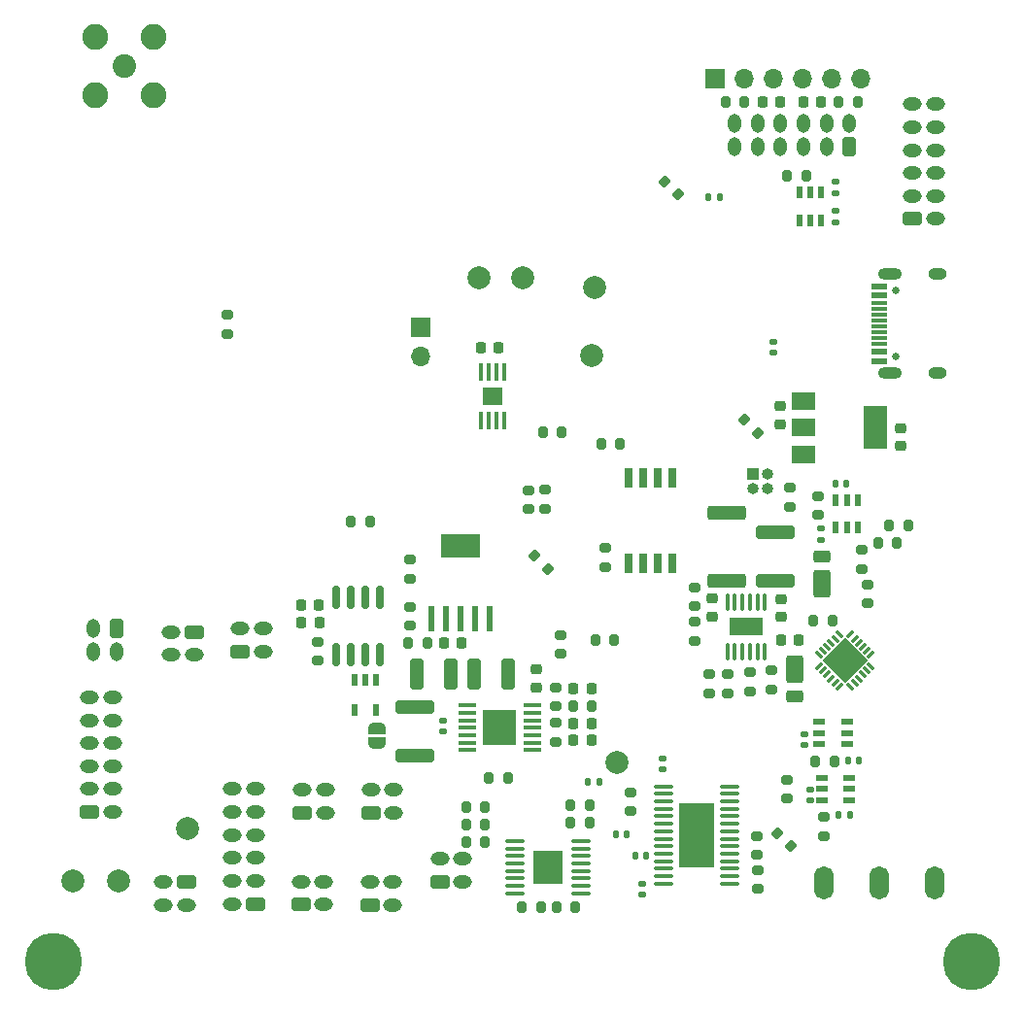
<source format=gbr>
%TF.GenerationSoftware,KiCad,Pcbnew,9.0.0*%
%TF.CreationDate,2025-05-20T19:59:45-07:00*%
%TF.ProjectId,FC_V5b,46435f56-3562-42e6-9b69-6361645f7063,rev?*%
%TF.SameCoordinates,Original*%
%TF.FileFunction,Soldermask,Bot*%
%TF.FilePolarity,Negative*%
%FSLAX46Y46*%
G04 Gerber Fmt 4.6, Leading zero omitted, Abs format (unit mm)*
G04 Created by KiCad (PCBNEW 9.0.0) date 2025-05-20 19:59:45*
%MOMM*%
%LPD*%
G01*
G04 APERTURE LIST*
G04 Aperture macros list*
%AMRoundRect*
0 Rectangle with rounded corners*
0 $1 Rounding radius*
0 $2 $3 $4 $5 $6 $7 $8 $9 X,Y pos of 4 corners*
0 Add a 4 corners polygon primitive as box body*
4,1,4,$2,$3,$4,$5,$6,$7,$8,$9,$2,$3,0*
0 Add four circle primitives for the rounded corners*
1,1,$1+$1,$2,$3*
1,1,$1+$1,$4,$5*
1,1,$1+$1,$6,$7*
1,1,$1+$1,$8,$9*
0 Add four rect primitives between the rounded corners*
20,1,$1+$1,$2,$3,$4,$5,0*
20,1,$1+$1,$4,$5,$6,$7,0*
20,1,$1+$1,$6,$7,$8,$9,0*
20,1,$1+$1,$8,$9,$2,$3,0*%
%AMRotRect*
0 Rectangle, with rotation*
0 The origin of the aperture is its center*
0 $1 length*
0 $2 width*
0 $3 Rotation angle, in degrees counterclockwise*
0 Add horizontal line*
21,1,$1,$2,0,0,$3*%
%AMFreePoly0*
4,1,23,0.500000,-0.750000,0.000000,-0.750000,0.000000,-0.745722,-0.065263,-0.745722,-0.191342,-0.711940,-0.304381,-0.646677,-0.396677,-0.554381,-0.461940,-0.441342,-0.495722,-0.315263,-0.495722,-0.250000,-0.500000,-0.250000,-0.500000,0.250000,-0.495722,0.250000,-0.495722,0.315263,-0.461940,0.441342,-0.396677,0.554381,-0.304381,0.646677,-0.191342,0.711940,-0.065263,0.745722,0.000000,0.745722,
0.000000,0.750000,0.500000,0.750000,0.500000,-0.750000,0.500000,-0.750000,$1*%
%AMFreePoly1*
4,1,23,0.000000,0.745722,0.065263,0.745722,0.191342,0.711940,0.304381,0.646677,0.396677,0.554381,0.461940,0.441342,0.495722,0.315263,0.495722,0.250000,0.500000,0.250000,0.500000,-0.250000,0.495722,-0.250000,0.495722,-0.315263,0.461940,-0.441342,0.396677,-0.554381,0.304381,-0.646677,0.191342,-0.711940,0.065263,-0.745722,0.000000,-0.745722,0.000000,-0.750000,-0.500000,-0.750000,
-0.500000,0.750000,0.000000,0.750000,0.000000,0.745722,0.000000,0.745722,$1*%
G04 Aperture macros list end*
%ADD10RoundRect,0.250000X-0.575000X0.350000X-0.575000X-0.350000X0.575000X-0.350000X0.575000X0.350000X0*%
%ADD11O,1.650000X1.200000*%
%ADD12RoundRect,0.250000X0.575000X-0.350000X0.575000X0.350000X-0.575000X0.350000X-0.575000X-0.350000X0*%
%ADD13RoundRect,0.200000X-0.335876X-0.053033X-0.053033X-0.335876X0.335876X0.053033X0.053033X0.335876X0*%
%ADD14C,2.000000*%
%ADD15C,2.050000*%
%ADD16C,2.250000*%
%ADD17C,5.000000*%
%ADD18R,1.000000X1.000000*%
%ADD19O,1.000000X1.000000*%
%ADD20RoundRect,0.250000X0.350000X0.575000X-0.350000X0.575000X-0.350000X-0.575000X0.350000X-0.575000X0*%
%ADD21O,1.200000X1.650000*%
%ADD22R,1.700000X1.700000*%
%ADD23O,1.700000X1.700000*%
%ADD24RoundRect,0.200000X0.275000X-0.200000X0.275000X0.200000X-0.275000X0.200000X-0.275000X-0.200000X0*%
%ADD25RoundRect,0.200000X-0.275000X0.200000X-0.275000X-0.200000X0.275000X-0.200000X0.275000X0.200000X0*%
%ADD26RoundRect,0.225000X-0.250000X0.225000X-0.250000X-0.225000X0.250000X-0.225000X0.250000X0.225000X0*%
%ADD27FreePoly0,270.000000*%
%ADD28FreePoly1,270.000000*%
%ADD29RoundRect,0.225000X-0.225000X-0.250000X0.225000X-0.250000X0.225000X0.250000X-0.225000X0.250000X0*%
%ADD30RoundRect,0.140000X0.170000X-0.140000X0.170000X0.140000X-0.170000X0.140000X-0.170000X-0.140000X0*%
%ADD31RoundRect,0.250000X0.325000X1.100000X-0.325000X1.100000X-0.325000X-1.100000X0.325000X-1.100000X0*%
%ADD32RoundRect,0.200000X0.335876X0.053033X0.053033X0.335876X-0.335876X-0.053033X-0.053033X-0.335876X0*%
%ADD33RoundRect,0.140000X-0.170000X0.140000X-0.170000X-0.140000X0.170000X-0.140000X0.170000X0.140000X0*%
%ADD34RoundRect,0.200000X-0.200000X-0.275000X0.200000X-0.275000X0.200000X0.275000X-0.200000X0.275000X0*%
%ADD35R,2.000000X1.500000*%
%ADD36R,2.000000X3.800000*%
%ADD37R,0.550000X1.000000*%
%ADD38RoundRect,0.218750X0.218750X0.256250X-0.218750X0.256250X-0.218750X-0.256250X0.218750X-0.256250X0*%
%ADD39RoundRect,0.140000X0.140000X0.170000X-0.140000X0.170000X-0.140000X-0.170000X0.140000X-0.170000X0*%
%ADD40RotRect,0.782600X0.254800X225.000000*%
%ADD41RotRect,0.254800X0.782600X225.000000*%
%ADD42RotRect,2.794000X2.794000X225.000000*%
%ADD43RoundRect,0.250000X0.500000X-0.950000X0.500000X0.950000X-0.500000X0.950000X-0.500000X-0.950000X0*%
%ADD44RoundRect,0.250000X0.500000X-0.275000X0.500000X0.275000X-0.500000X0.275000X-0.500000X-0.275000X0*%
%ADD45RoundRect,0.225000X0.225000X0.250000X-0.225000X0.250000X-0.225000X-0.250000X0.225000X-0.250000X0*%
%ADD46RoundRect,0.250000X-0.500000X0.950000X-0.500000X-0.950000X0.500000X-0.950000X0.500000X0.950000X0*%
%ADD47RoundRect,0.250000X-0.500000X0.275000X-0.500000X-0.275000X0.500000X-0.275000X0.500000X0.275000X0*%
%ADD48R,0.600000X1.100000*%
%ADD49RoundRect,0.200000X0.200000X0.275000X-0.200000X0.275000X-0.200000X-0.275000X0.200000X-0.275000X0*%
%ADD50RoundRect,0.135000X-0.135000X-0.185000X0.135000X-0.185000X0.135000X0.185000X-0.135000X0.185000X0*%
%ADD51RoundRect,0.140000X-0.140000X-0.170000X0.140000X-0.170000X0.140000X0.170000X-0.140000X0.170000X0*%
%ADD52RoundRect,0.250000X-1.450000X0.312500X-1.450000X-0.312500X1.450000X-0.312500X1.450000X0.312500X0*%
%ADD53RoundRect,0.250000X1.425000X-0.362500X1.425000X0.362500X-1.425000X0.362500X-1.425000X-0.362500X0*%
%ADD54O,1.730000X0.340000*%
%ADD55C,0.500000*%
%ADD56R,3.100000X5.600000*%
%ADD57RoundRect,0.218750X-0.218750X-0.256250X0.218750X-0.256250X0.218750X0.256250X-0.218750X0.256250X0*%
%ADD58R,1.000000X0.550000*%
%ADD59RoundRect,0.150000X0.150000X-0.825000X0.150000X0.825000X-0.150000X0.825000X-0.150000X-0.825000X0*%
%ADD60R,0.800000X1.700000*%
%ADD61R,3.000000X3.100000*%
%ADD62RoundRect,0.100000X0.687500X0.100000X-0.687500X0.100000X-0.687500X-0.100000X0.687500X-0.100000X0*%
%ADD63RoundRect,0.100000X0.100000X-0.625000X0.100000X0.625000X-0.100000X0.625000X-0.100000X-0.625000X0*%
%ADD64R,2.850000X1.650000*%
%ADD65RoundRect,0.250000X1.450000X-0.312500X1.450000X0.312500X-1.450000X0.312500X-1.450000X-0.312500X0*%
%ADD66O,1.700000X2.900000*%
%ADD67O,1.750000X0.340000*%
%ADD68R,2.500000X2.900000*%
%ADD69C,0.650000*%
%ADD70R,1.450000X0.600000*%
%ADD71R,1.450000X0.300000*%
%ADD72O,1.600000X1.000000*%
%ADD73O,2.100000X1.000000*%
%ADD74RoundRect,0.250000X-0.325000X-1.100000X0.325000X-1.100000X0.325000X1.100000X-0.325000X1.100000X0*%
%ADD75RoundRect,0.100000X0.100000X-0.687500X0.100000X0.687500X-0.100000X0.687500X-0.100000X-0.687500X0*%
%ADD76R,1.800000X1.500000*%
%ADD77R,0.600000X2.200000*%
%ADD78R,3.450000X2.150000*%
G04 APERTURE END LIST*
D10*
%TO.C,J24*%
X159600000Y-109300000D03*
D11*
X157599999Y-109300000D03*
X159600000Y-111300001D03*
X157600000Y-111300000D03*
%TD*%
D12*
%TO.C,J23*%
X163600000Y-111000000D03*
D11*
X165600001Y-111000000D03*
X163600000Y-108999999D03*
X165600000Y-109000000D03*
%TD*%
D13*
%TO.C,R86*%
X207516637Y-90816637D03*
X208683363Y-91983363D03*
%TD*%
D14*
%TO.C,TP15*%
X153000000Y-131000000D03*
%TD*%
D15*
%TO.C,J6*%
X153500000Y-60000000D03*
D16*
X150960000Y-57460000D03*
X150960000Y-62540000D03*
X156040000Y-57460000D03*
X156040000Y-62540000D03*
%TD*%
D14*
%TO.C,TP6*%
X196400000Y-120700000D03*
%TD*%
D17*
%TO.C,H2*%
X227300000Y-138000000D03*
%TD*%
D12*
%TO.C,J20*%
X180999999Y-131100000D03*
D11*
X183000000Y-131100000D03*
X180999999Y-129099999D03*
X182999999Y-129100000D03*
%TD*%
D17*
%TO.C,H1*%
X147300000Y-138000000D03*
%TD*%
D12*
%TO.C,J7*%
X168900000Y-133075000D03*
D11*
X170900001Y-133075000D03*
X168900000Y-131074999D03*
X170900000Y-131075000D03*
%TD*%
D12*
%TO.C,J17*%
X150500000Y-125000000D03*
D11*
X152500000Y-125000000D03*
X150500000Y-123000000D03*
X152500000Y-123000000D03*
X150500000Y-121000000D03*
X152500000Y-121000000D03*
X150500000Y-119000000D03*
X152500000Y-119000000D03*
X150500000Y-117000000D03*
X152500000Y-117000000D03*
X150500000Y-115000000D03*
X152500000Y-115000000D03*
%TD*%
D12*
%TO.C,J10*%
X174900000Y-133125000D03*
D11*
X176900001Y-133125000D03*
X174900000Y-131124999D03*
X176900000Y-131125000D03*
%TD*%
D14*
%TO.C,TP4*%
X159000000Y-126400000D03*
%TD*%
D10*
%TO.C,J19*%
X158900000Y-131099999D03*
D11*
X156899999Y-131099999D03*
X158900000Y-133100000D03*
X156900000Y-133099999D03*
%TD*%
D12*
%TO.C,J8*%
X169000000Y-125075000D03*
D11*
X171000001Y-125075000D03*
X169000000Y-123074999D03*
X171000000Y-123075000D03*
%TD*%
D14*
%TO.C,TP2*%
X194200000Y-85200000D03*
%TD*%
%TO.C,TP8*%
X188200000Y-78400000D03*
%TD*%
%TO.C,TP3*%
X149000000Y-131000000D03*
%TD*%
D12*
%TO.C,J29*%
X175000000Y-125075000D03*
D11*
X177000001Y-125075000D03*
X175000000Y-123074999D03*
X177000000Y-123075000D03*
%TD*%
D14*
%TO.C,TP7*%
X184400000Y-78400000D03*
%TD*%
D18*
%TO.C,J22*%
X208275000Y-95550000D03*
D19*
X209545000Y-95550000D03*
X208275000Y-96820000D03*
X209545000Y-96820000D03*
%TD*%
D14*
%TO.C,TP1*%
X194500000Y-79250000D03*
%TD*%
D12*
%TO.C,J16*%
X222200001Y-73300000D03*
D11*
X224200001Y-73300000D03*
X222200001Y-71300000D03*
X224200001Y-71300000D03*
X222200001Y-69300000D03*
X224200001Y-69300000D03*
X222200001Y-67300000D03*
X224200001Y-67300000D03*
X222200001Y-65300000D03*
X224200001Y-65300000D03*
X222200001Y-63300000D03*
X224200001Y-63300000D03*
%TD*%
D20*
%TO.C,J18*%
X216700000Y-67000000D03*
D21*
X216700000Y-65000000D03*
X214700000Y-67000000D03*
X214700000Y-65000000D03*
X212700000Y-67000000D03*
X212700000Y-65000000D03*
X210700000Y-67000000D03*
X210700000Y-65000000D03*
X208700000Y-67000000D03*
X208700000Y-65000000D03*
X206700000Y-67000000D03*
X206700000Y-65000000D03*
%TD*%
D22*
%TO.C,J3*%
X204950000Y-61100000D03*
D23*
X207490000Y-61100000D03*
X210029999Y-61100000D03*
X212570000Y-61100000D03*
X215110000Y-61100000D03*
X217650000Y-61100000D03*
%TD*%
D22*
%TO.C,J1*%
X179300000Y-82725000D03*
D23*
X179300000Y-85265000D03*
%TD*%
D24*
%TO.C,R43*%
X191131250Y-118875000D03*
X191131250Y-117225000D03*
%TD*%
%TO.C,R71*%
X203208799Y-107066200D03*
X203208799Y-105416200D03*
%TD*%
D25*
%TO.C,R51*%
X214000000Y-97450000D03*
X214000000Y-99100000D03*
%TD*%
D26*
%TO.C,C13*%
X221180000Y-91555000D03*
X221180000Y-93105000D03*
%TD*%
D27*
%TO.C,JP2*%
X175500000Y-117700002D03*
D28*
X175500000Y-119000000D03*
%TD*%
D20*
%TO.C,J21*%
X152825000Y-109000000D03*
D21*
X152825000Y-111000001D03*
X150824999Y-109000000D03*
X150825000Y-111000000D03*
%TD*%
D29*
%TO.C,C40*%
X210725000Y-110000000D03*
X212275000Y-110000000D03*
%TD*%
D30*
%TO.C,C53*%
X212775000Y-119155000D03*
X212775000Y-118195000D03*
%TD*%
D31*
%TO.C,C25*%
X181975000Y-112950000D03*
X179025000Y-112950000D03*
%TD*%
D24*
%TO.C,R76*%
X211250000Y-123825000D03*
X211250000Y-122175000D03*
%TD*%
D32*
%TO.C,R67*%
X190408363Y-103808363D03*
X189241637Y-102641637D03*
%TD*%
D33*
%TO.C,C58*%
X198600000Y-131220000D03*
X198600000Y-132180000D03*
%TD*%
D24*
%TO.C,R102*%
X208600000Y-128725000D03*
X208600000Y-127075000D03*
%TD*%
D34*
%TO.C,R103*%
X189975000Y-91900000D03*
X191625000Y-91900000D03*
%TD*%
D35*
%TO.C,IC2*%
X212700000Y-93800000D03*
X212700000Y-91500000D03*
X212700000Y-89200000D03*
D36*
X219000000Y-91500000D03*
%TD*%
D37*
%TO.C,U29*%
X214225001Y-73400001D03*
X213275001Y-73400001D03*
X212325001Y-73400001D03*
X212325001Y-71000001D03*
X213275001Y-71000001D03*
X214225001Y-71000001D03*
%TD*%
D24*
%TO.C,R66*%
X208000000Y-114475000D03*
X208000000Y-112825000D03*
%TD*%
D38*
%TO.C,D1*%
X214236250Y-63100000D03*
X212661250Y-63100000D03*
%TD*%
D26*
%TO.C,C12*%
X210700000Y-89625000D03*
X210700000Y-91175000D03*
%TD*%
D39*
%TO.C,C18*%
X194880000Y-122400000D03*
X193920000Y-122400000D03*
%TD*%
D24*
%TO.C,R38*%
X191131250Y-115775000D03*
X191131250Y-114125000D03*
%TD*%
%TO.C,R96*%
X162500000Y-83325000D03*
X162500000Y-81675000D03*
%TD*%
D30*
%TO.C,C27*%
X181300000Y-117980000D03*
X181300000Y-117020000D03*
%TD*%
D25*
%TO.C,R63*%
X178400000Y-107100000D03*
X178400000Y-108750000D03*
%TD*%
D40*
%TO.C,U12*%
X216797153Y-109534628D03*
X217150799Y-109888275D03*
X217504441Y-110241916D03*
X217858084Y-110595559D03*
X218211725Y-110949201D03*
X218565372Y-111302847D03*
D41*
X218565372Y-112297153D03*
X218211725Y-112650799D03*
X217858084Y-113004441D03*
X217504441Y-113358084D03*
X217150799Y-113711725D03*
X216797153Y-114065372D03*
D40*
X215802847Y-114065372D03*
X215449201Y-113711725D03*
X215095559Y-113358084D03*
X214741916Y-113004441D03*
X214388275Y-112650799D03*
X214034628Y-112297153D03*
D41*
X214034628Y-111302847D03*
X214388275Y-110949201D03*
X214741916Y-110595559D03*
X215095559Y-110241916D03*
X215449201Y-109888275D03*
X215802847Y-109534628D03*
D42*
X216300000Y-111800000D03*
%TD*%
D43*
%TO.C,D9*%
X211900000Y-112550000D03*
D44*
X211900000Y-114925000D03*
%TD*%
D29*
%TO.C,C36*%
X192656250Y-118750000D03*
X194206250Y-118750000D03*
%TD*%
D34*
%TO.C,R61*%
X219175000Y-101500000D03*
X220825000Y-101500000D03*
%TD*%
D25*
%TO.C,R37*%
X191500000Y-109575000D03*
X191500000Y-111225000D03*
%TD*%
D45*
%TO.C,C39*%
X182875000Y-110300000D03*
X181325000Y-110300000D03*
%TD*%
%TO.C,C46*%
X170475000Y-107000000D03*
X168925000Y-107000000D03*
%TD*%
D24*
%TO.C,R70*%
X204508800Y-114625000D03*
X204508800Y-112975000D03*
%TD*%
D25*
%TO.C,R89*%
X178425000Y-103000000D03*
X178425000Y-104650000D03*
%TD*%
D26*
%TO.C,C42*%
X204708799Y-106391199D03*
X204708799Y-107941199D03*
%TD*%
D46*
%TO.C,D13*%
X214300000Y-105100000D03*
D47*
X214300000Y-102725000D03*
%TD*%
D24*
%TO.C,R101*%
X208700000Y-131725000D03*
X208700000Y-130075000D03*
%TD*%
D39*
%TO.C,C57*%
X198980000Y-128800000D03*
X198020000Y-128800000D03*
%TD*%
D34*
%TO.C,R36*%
X194575000Y-110000000D03*
X196225000Y-110000000D03*
%TD*%
D26*
%TO.C,C41*%
X210708799Y-106466200D03*
X210708799Y-108016200D03*
%TD*%
D25*
%TO.C,R77*%
X188725000Y-96950000D03*
X188725000Y-98600000D03*
%TD*%
D30*
%TO.C,C80*%
X215525001Y-71035002D03*
X215525001Y-70075002D03*
%TD*%
D29*
%TO.C,C37*%
X192656250Y-117250000D03*
X194206250Y-117250000D03*
%TD*%
D30*
%TO.C,C54*%
X200400000Y-121280000D03*
X200400000Y-120320000D03*
%TD*%
D48*
%TO.C,U20*%
X173550000Y-113500000D03*
X174500000Y-113500000D03*
X175450000Y-113500000D03*
X175450000Y-116100000D03*
X173550000Y-116100000D03*
%TD*%
D34*
%TO.C,R82*%
X183275000Y-126100000D03*
X184925000Y-126100000D03*
%TD*%
D25*
%TO.C,R65*%
X209875000Y-112650000D03*
X209875000Y-114300000D03*
%TD*%
D34*
%TO.C,R84*%
X191175000Y-133300000D03*
X192825000Y-133300000D03*
%TD*%
D24*
%TO.C,R44*%
X218250000Y-106825000D03*
X218250000Y-105175000D03*
%TD*%
D49*
%TO.C,R64*%
X179925000Y-110300000D03*
X178275000Y-110300000D03*
%TD*%
D33*
%TO.C,C48*%
X214250000Y-100295000D03*
X214250000Y-101255000D03*
%TD*%
D30*
%TO.C,C79*%
X215525001Y-73585002D03*
X215525001Y-72625002D03*
%TD*%
D50*
%TO.C,R9*%
X204390001Y-71400000D03*
X205409999Y-71400000D03*
%TD*%
D49*
%TO.C,R55*%
X184925000Y-124600000D03*
X183275000Y-124600000D03*
%TD*%
%TO.C,R40*%
X194256250Y-115750000D03*
X192606250Y-115750000D03*
%TD*%
D34*
%TO.C,R85*%
X183275000Y-127600000D03*
X184925000Y-127600000D03*
%TD*%
D24*
%TO.C,R74*%
X203208799Y-110066200D03*
X203208799Y-108416200D03*
%TD*%
D51*
%TO.C,C55*%
X216595000Y-120500000D03*
X217555000Y-120500000D03*
%TD*%
D52*
%TO.C,L1*%
X178831250Y-115812500D03*
X178831250Y-120087500D03*
%TD*%
D34*
%TO.C,R4*%
X215763750Y-63100000D03*
X217413750Y-63100000D03*
%TD*%
D24*
%TO.C,R47*%
X214500000Y-127075000D03*
X214500000Y-125425000D03*
%TD*%
D34*
%TO.C,R124*%
X185275000Y-122000000D03*
X186925000Y-122000000D03*
%TD*%
D53*
%TO.C,R75*%
X206008799Y-104803700D03*
X206008799Y-98878700D03*
%TD*%
D30*
%TO.C,C49*%
X213250000Y-123980000D03*
X213250000Y-123020000D03*
%TD*%
D54*
%TO.C,U6*%
X206270000Y-122770000D03*
X206270000Y-123420000D03*
X206270000Y-124070000D03*
X206270000Y-124720000D03*
X206270000Y-125370000D03*
X206270000Y-126020000D03*
X206270000Y-126680000D03*
X206270000Y-127330000D03*
X206270000Y-127980000D03*
X206270000Y-128630000D03*
X206270000Y-129280000D03*
X206270000Y-129930000D03*
X206270000Y-130580000D03*
X206270000Y-131230000D03*
X200530000Y-131230000D03*
X200530000Y-130580000D03*
X200530000Y-129930000D03*
X200530000Y-129280000D03*
X200530000Y-128630000D03*
X200530000Y-127980000D03*
X200530000Y-127330000D03*
X200530000Y-126680000D03*
X200530000Y-126020000D03*
X200530000Y-125370000D03*
X200530000Y-124720000D03*
X200530000Y-124070000D03*
X200530000Y-123420000D03*
X200530000Y-122770000D03*
D55*
X204600000Y-125200000D03*
X203400000Y-125200000D03*
X202200000Y-125200000D03*
X204600000Y-126400000D03*
X203400000Y-126400000D03*
X202200000Y-126400000D03*
D56*
X203400000Y-127000000D03*
D55*
X204600000Y-127600000D03*
X203400000Y-127600000D03*
X202200000Y-127600000D03*
X203400000Y-128780000D03*
X204600000Y-128800000D03*
X202200000Y-128800000D03*
%TD*%
D24*
%TO.C,R69*%
X206058799Y-114625000D03*
X206058799Y-112975000D03*
%TD*%
D57*
%TO.C,D2*%
X209112499Y-63100000D03*
X210687501Y-63100000D03*
%TD*%
D45*
%TO.C,C45*%
X170500000Y-108500000D03*
X168950000Y-108500000D03*
%TD*%
D30*
%TO.C,C76*%
X210100000Y-84980000D03*
X210100000Y-84020000D03*
%TD*%
D45*
%TO.C,C43*%
X186125000Y-84524999D03*
X184575000Y-84524999D03*
%TD*%
D25*
%TO.C,R42*%
X170400000Y-110175000D03*
X170400000Y-111825000D03*
%TD*%
D58*
%TO.C,U22*%
X214300000Y-123950000D03*
X214300000Y-123000000D03*
X214300000Y-122050000D03*
X216700000Y-122050000D03*
X216700000Y-123000000D03*
X216700000Y-123950000D03*
%TD*%
D59*
%TO.C,U17*%
X175805000Y-111275000D03*
X174535000Y-111275000D03*
X173265000Y-111275000D03*
X171995000Y-111275000D03*
X171995000Y-106325000D03*
X173265000Y-106325000D03*
X174535000Y-106325000D03*
X175805000Y-106325000D03*
%TD*%
D51*
%TO.C,C47*%
X215482499Y-96375001D03*
X216442499Y-96375001D03*
%TD*%
D24*
%TO.C,R62*%
X217750000Y-103825000D03*
X217750000Y-102175000D03*
%TD*%
D34*
%TO.C,R50*%
X211260002Y-69555002D03*
X212910002Y-69555002D03*
%TD*%
D25*
%TO.C,R68*%
X211475000Y-96750000D03*
X211475000Y-98400000D03*
%TD*%
D49*
%TO.C,R3*%
X207552500Y-63120000D03*
X205902500Y-63120000D03*
%TD*%
D39*
%TO.C,C56*%
X197280000Y-126900000D03*
X196320000Y-126900000D03*
%TD*%
D49*
%TO.C,R81*%
X194025000Y-125900000D03*
X192375000Y-125900000D03*
%TD*%
D60*
%TO.C,U2*%
X197490000Y-95900000D03*
X198760000Y-95900000D03*
X200030000Y-95900000D03*
X201300000Y-95900000D03*
X201300000Y-103300000D03*
X200030000Y-103300000D03*
X198760000Y-103300000D03*
X197490000Y-103300000D03*
%TD*%
D26*
%TO.C,C15*%
X189431250Y-112575000D03*
X189431250Y-114125000D03*
%TD*%
D61*
%TO.C,U10*%
X186231250Y-117650000D03*
D62*
X189093750Y-115700000D03*
X189093750Y-116350000D03*
X189093750Y-117000000D03*
X189093750Y-117650000D03*
X189093750Y-118300000D03*
X189093750Y-118950000D03*
X189093750Y-119600000D03*
X183368750Y-119600000D03*
X183368750Y-118950000D03*
X183368750Y-118300000D03*
X183368750Y-117650000D03*
X183368750Y-117000000D03*
X183368750Y-116350000D03*
X183368750Y-115700000D03*
%TD*%
D25*
%TO.C,R78*%
X190200000Y-96925000D03*
X190200000Y-98575000D03*
%TD*%
D63*
%TO.C,IC6*%
X209323799Y-111001200D03*
X208673800Y-111001200D03*
X208023799Y-111001200D03*
X207373799Y-111001200D03*
X206723798Y-111001200D03*
X206073799Y-111001200D03*
X206073799Y-106701200D03*
X206723798Y-106701200D03*
X207373799Y-106701200D03*
X208023799Y-106701200D03*
X208673800Y-106701200D03*
X209323799Y-106701200D03*
D64*
X207698799Y-108851200D03*
%TD*%
D39*
%TO.C,C51*%
X216730000Y-125250000D03*
X215770000Y-125250000D03*
%TD*%
D45*
%TO.C,C16*%
X194206250Y-114250000D03*
X192656250Y-114250000D03*
%TD*%
D49*
%TO.C,R83*%
X189825000Y-133300000D03*
X188175000Y-133300000D03*
%TD*%
D65*
%TO.C,L2*%
X210208799Y-104878700D03*
X210208799Y-100603700D03*
%TD*%
D66*
%TO.C,SW3*%
X214500000Y-131200000D03*
X219300000Y-131200000D03*
X224100000Y-131200000D03*
%TD*%
D34*
%TO.C,R45*%
X220175000Y-100000000D03*
X221825000Y-100000000D03*
%TD*%
D67*
%TO.C,U25*%
X193270000Y-127520000D03*
X193270000Y-128169999D03*
X193270000Y-128820000D03*
X193270000Y-129480000D03*
X193270000Y-130130000D03*
X193270000Y-130780000D03*
X193270000Y-131430001D03*
X193270000Y-132080000D03*
X187530000Y-132080000D03*
X187530000Y-131430001D03*
X187530000Y-130780000D03*
X187530000Y-130130000D03*
X187530000Y-129480000D03*
X187530000Y-128820000D03*
X187530000Y-128169999D03*
X187530000Y-127520000D03*
D68*
X190400000Y-129800000D03*
%TD*%
D69*
%TO.C,J12*%
X220750000Y-79530000D03*
X220750000Y-85310000D03*
D70*
X219305000Y-79170000D03*
X219305000Y-79969999D03*
D71*
X219305001Y-81170000D03*
X219305000Y-82170000D03*
X219305000Y-82670000D03*
X219305001Y-83670000D03*
D70*
X219305000Y-84870001D03*
X219305000Y-85670000D03*
X219305000Y-85670000D03*
X219305000Y-84870001D03*
D71*
X219305000Y-84170000D03*
X219305000Y-83170000D03*
X219305000Y-81670000D03*
X219305000Y-80670000D03*
D70*
X219305000Y-79969999D03*
X219305000Y-79170000D03*
D72*
X224400000Y-78100000D03*
D73*
X220220000Y-78100000D03*
D72*
X224400000Y-86740000D03*
D73*
X220220000Y-86740000D03*
%TD*%
D74*
%TO.C,C19*%
X184025000Y-112950000D03*
X186975000Y-112950000D03*
%TD*%
D13*
%TO.C,R100*%
X210416637Y-126816637D03*
X211583363Y-127983363D03*
%TD*%
D49*
%TO.C,R11*%
X196725000Y-92900000D03*
X195075000Y-92900000D03*
%TD*%
D37*
%TO.C,U21*%
X215512499Y-97775000D03*
X216462499Y-97775000D03*
X217412499Y-97775000D03*
X217412499Y-100175000D03*
X216462499Y-100175000D03*
X215512499Y-100175000D03*
%TD*%
D24*
%TO.C,R5*%
X197600000Y-124925000D03*
X197600000Y-123275000D03*
%TD*%
%TO.C,R20*%
X195400000Y-103625000D03*
X195400000Y-101975000D03*
%TD*%
D75*
%TO.C,U16*%
X186575000Y-90862500D03*
X185925000Y-90862500D03*
X185275000Y-90862500D03*
X184625000Y-90862500D03*
X184625000Y-86637500D03*
X185275000Y-86637500D03*
X185925000Y-86637500D03*
X186575000Y-86637500D03*
D76*
X185600000Y-88750000D03*
%TD*%
D12*
%TO.C,J14*%
X164900000Y-133000000D03*
D11*
X162900000Y-133000000D03*
X164900000Y-131000000D03*
X162900000Y-131000000D03*
X164900000Y-129000000D03*
X162900000Y-129000000D03*
X164900000Y-127000000D03*
X162900000Y-127000000D03*
X164900000Y-125000000D03*
X162900000Y-125000000D03*
X164900000Y-123000000D03*
X162900000Y-123000000D03*
%TD*%
D58*
%TO.C,U24*%
X214075000Y-119050000D03*
X214075000Y-118100000D03*
X214075000Y-117150000D03*
X216475000Y-117150000D03*
X216475000Y-118100000D03*
X216475000Y-119050000D03*
%TD*%
D34*
%TO.C,R49*%
X213750000Y-120575000D03*
X215400000Y-120575000D03*
%TD*%
D49*
%TO.C,R95*%
X174925000Y-99700000D03*
X173275000Y-99700000D03*
%TD*%
D77*
%TO.C,U13*%
X185340000Y-108137500D03*
X184070000Y-108137500D03*
X182800000Y-108137500D03*
X181530000Y-108137500D03*
X180260000Y-108137500D03*
D78*
X182800000Y-101837500D03*
%TD*%
D34*
%TO.C,R54*%
X192375000Y-124400000D03*
X194025000Y-124400000D03*
%TD*%
%TO.C,R15*%
X213575000Y-108300000D03*
X215225000Y-108300000D03*
%TD*%
D13*
%TO.C,R79*%
X200616637Y-70016637D03*
X201783363Y-71183363D03*
%TD*%
M02*

</source>
